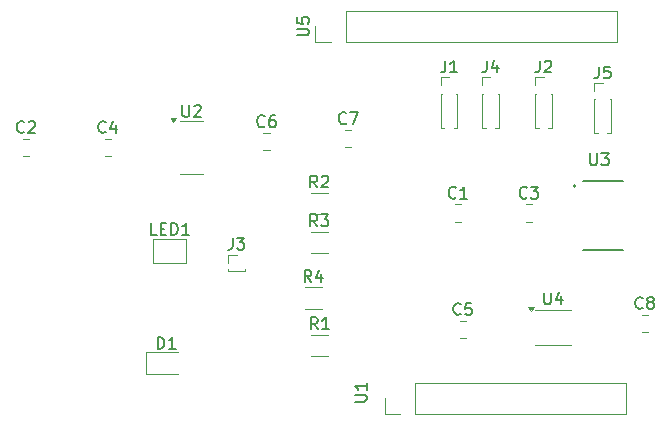
<source format=gbr>
%TF.GenerationSoftware,KiCad,Pcbnew,8.0.5*%
%TF.CreationDate,2024-11-24T20:26:59-06:00*%
%TF.ProjectId,Milestone2,4d696c65-7374-46f6-9e65-322e6b696361,rev?*%
%TF.SameCoordinates,Original*%
%TF.FileFunction,Legend,Top*%
%TF.FilePolarity,Positive*%
%FSLAX46Y46*%
G04 Gerber Fmt 4.6, Leading zero omitted, Abs format (unit mm)*
G04 Created by KiCad (PCBNEW 8.0.5) date 2024-11-24 20:26:59*
%MOMM*%
%LPD*%
G01*
G04 APERTURE LIST*
%ADD10C,0.150000*%
%ADD11C,0.120000*%
%ADD12C,0.127000*%
%ADD13C,0.200000*%
G04 APERTURE END LIST*
D10*
X155333333Y-91634819D02*
X155000000Y-91158628D01*
X154761905Y-91634819D02*
X154761905Y-90634819D01*
X154761905Y-90634819D02*
X155142857Y-90634819D01*
X155142857Y-90634819D02*
X155238095Y-90682438D01*
X155238095Y-90682438D02*
X155285714Y-90730057D01*
X155285714Y-90730057D02*
X155333333Y-90825295D01*
X155333333Y-90825295D02*
X155333333Y-90968152D01*
X155333333Y-90968152D02*
X155285714Y-91063390D01*
X155285714Y-91063390D02*
X155238095Y-91111009D01*
X155238095Y-91111009D02*
X155142857Y-91158628D01*
X155142857Y-91158628D02*
X154761905Y-91158628D01*
X156190476Y-90968152D02*
X156190476Y-91634819D01*
X155952381Y-90587200D02*
X155714286Y-91301485D01*
X155714286Y-91301485D02*
X156333333Y-91301485D01*
X159004819Y-101761904D02*
X159814342Y-101761904D01*
X159814342Y-101761904D02*
X159909580Y-101714285D01*
X159909580Y-101714285D02*
X159957200Y-101666666D01*
X159957200Y-101666666D02*
X160004819Y-101571428D01*
X160004819Y-101571428D02*
X160004819Y-101380952D01*
X160004819Y-101380952D02*
X159957200Y-101285714D01*
X159957200Y-101285714D02*
X159909580Y-101238095D01*
X159909580Y-101238095D02*
X159814342Y-101190476D01*
X159814342Y-101190476D02*
X159004819Y-101190476D01*
X160004819Y-100190476D02*
X160004819Y-100761904D01*
X160004819Y-100476190D02*
X159004819Y-100476190D01*
X159004819Y-100476190D02*
X159147676Y-100571428D01*
X159147676Y-100571428D02*
X159242914Y-100666666D01*
X159242914Y-100666666D02*
X159290533Y-100761904D01*
X131020833Y-78929580D02*
X130973214Y-78977200D01*
X130973214Y-78977200D02*
X130830357Y-79024819D01*
X130830357Y-79024819D02*
X130735119Y-79024819D01*
X130735119Y-79024819D02*
X130592262Y-78977200D01*
X130592262Y-78977200D02*
X130497024Y-78881961D01*
X130497024Y-78881961D02*
X130449405Y-78786723D01*
X130449405Y-78786723D02*
X130401786Y-78596247D01*
X130401786Y-78596247D02*
X130401786Y-78453390D01*
X130401786Y-78453390D02*
X130449405Y-78262914D01*
X130449405Y-78262914D02*
X130497024Y-78167676D01*
X130497024Y-78167676D02*
X130592262Y-78072438D01*
X130592262Y-78072438D02*
X130735119Y-78024819D01*
X130735119Y-78024819D02*
X130830357Y-78024819D01*
X130830357Y-78024819D02*
X130973214Y-78072438D01*
X130973214Y-78072438D02*
X131020833Y-78120057D01*
X131401786Y-78120057D02*
X131449405Y-78072438D01*
X131449405Y-78072438D02*
X131544643Y-78024819D01*
X131544643Y-78024819D02*
X131782738Y-78024819D01*
X131782738Y-78024819D02*
X131877976Y-78072438D01*
X131877976Y-78072438D02*
X131925595Y-78120057D01*
X131925595Y-78120057D02*
X131973214Y-78215295D01*
X131973214Y-78215295D02*
X131973214Y-78310533D01*
X131973214Y-78310533D02*
X131925595Y-78453390D01*
X131925595Y-78453390D02*
X131354167Y-79024819D01*
X131354167Y-79024819D02*
X131973214Y-79024819D01*
X167578333Y-84479580D02*
X167530714Y-84527200D01*
X167530714Y-84527200D02*
X167387857Y-84574819D01*
X167387857Y-84574819D02*
X167292619Y-84574819D01*
X167292619Y-84574819D02*
X167149762Y-84527200D01*
X167149762Y-84527200D02*
X167054524Y-84431961D01*
X167054524Y-84431961D02*
X167006905Y-84336723D01*
X167006905Y-84336723D02*
X166959286Y-84146247D01*
X166959286Y-84146247D02*
X166959286Y-84003390D01*
X166959286Y-84003390D02*
X167006905Y-83812914D01*
X167006905Y-83812914D02*
X167054524Y-83717676D01*
X167054524Y-83717676D02*
X167149762Y-83622438D01*
X167149762Y-83622438D02*
X167292619Y-83574819D01*
X167292619Y-83574819D02*
X167387857Y-83574819D01*
X167387857Y-83574819D02*
X167530714Y-83622438D01*
X167530714Y-83622438D02*
X167578333Y-83670057D01*
X168530714Y-84574819D02*
X167959286Y-84574819D01*
X168245000Y-84574819D02*
X168245000Y-83574819D01*
X168245000Y-83574819D02*
X168149762Y-83717676D01*
X168149762Y-83717676D02*
X168054524Y-83812914D01*
X168054524Y-83812914D02*
X167959286Y-83860533D01*
X151370833Y-78429580D02*
X151323214Y-78477200D01*
X151323214Y-78477200D02*
X151180357Y-78524819D01*
X151180357Y-78524819D02*
X151085119Y-78524819D01*
X151085119Y-78524819D02*
X150942262Y-78477200D01*
X150942262Y-78477200D02*
X150847024Y-78381961D01*
X150847024Y-78381961D02*
X150799405Y-78286723D01*
X150799405Y-78286723D02*
X150751786Y-78096247D01*
X150751786Y-78096247D02*
X150751786Y-77953390D01*
X150751786Y-77953390D02*
X150799405Y-77762914D01*
X150799405Y-77762914D02*
X150847024Y-77667676D01*
X150847024Y-77667676D02*
X150942262Y-77572438D01*
X150942262Y-77572438D02*
X151085119Y-77524819D01*
X151085119Y-77524819D02*
X151180357Y-77524819D01*
X151180357Y-77524819D02*
X151323214Y-77572438D01*
X151323214Y-77572438D02*
X151370833Y-77620057D01*
X152227976Y-77524819D02*
X152037500Y-77524819D01*
X152037500Y-77524819D02*
X151942262Y-77572438D01*
X151942262Y-77572438D02*
X151894643Y-77620057D01*
X151894643Y-77620057D02*
X151799405Y-77762914D01*
X151799405Y-77762914D02*
X151751786Y-77953390D01*
X151751786Y-77953390D02*
X151751786Y-78334342D01*
X151751786Y-78334342D02*
X151799405Y-78429580D01*
X151799405Y-78429580D02*
X151847024Y-78477200D01*
X151847024Y-78477200D02*
X151942262Y-78524819D01*
X151942262Y-78524819D02*
X152132738Y-78524819D01*
X152132738Y-78524819D02*
X152227976Y-78477200D01*
X152227976Y-78477200D02*
X152275595Y-78429580D01*
X152275595Y-78429580D02*
X152323214Y-78334342D01*
X152323214Y-78334342D02*
X152323214Y-78096247D01*
X152323214Y-78096247D02*
X152275595Y-78001009D01*
X152275595Y-78001009D02*
X152227976Y-77953390D01*
X152227976Y-77953390D02*
X152132738Y-77905771D01*
X152132738Y-77905771D02*
X151942262Y-77905771D01*
X151942262Y-77905771D02*
X151847024Y-77953390D01*
X151847024Y-77953390D02*
X151799405Y-78001009D01*
X151799405Y-78001009D02*
X151751786Y-78096247D01*
X166666666Y-72894819D02*
X166666666Y-73609104D01*
X166666666Y-73609104D02*
X166619047Y-73751961D01*
X166619047Y-73751961D02*
X166523809Y-73847200D01*
X166523809Y-73847200D02*
X166380952Y-73894819D01*
X166380952Y-73894819D02*
X166285714Y-73894819D01*
X167666666Y-73894819D02*
X167095238Y-73894819D01*
X167380952Y-73894819D02*
X167380952Y-72894819D01*
X167380952Y-72894819D02*
X167285714Y-73037676D01*
X167285714Y-73037676D02*
X167190476Y-73132914D01*
X167190476Y-73132914D02*
X167095238Y-73180533D01*
X155870833Y-95634819D02*
X155537500Y-95158628D01*
X155299405Y-95634819D02*
X155299405Y-94634819D01*
X155299405Y-94634819D02*
X155680357Y-94634819D01*
X155680357Y-94634819D02*
X155775595Y-94682438D01*
X155775595Y-94682438D02*
X155823214Y-94730057D01*
X155823214Y-94730057D02*
X155870833Y-94825295D01*
X155870833Y-94825295D02*
X155870833Y-94968152D01*
X155870833Y-94968152D02*
X155823214Y-95063390D01*
X155823214Y-95063390D02*
X155775595Y-95111009D01*
X155775595Y-95111009D02*
X155680357Y-95158628D01*
X155680357Y-95158628D02*
X155299405Y-95158628D01*
X156823214Y-95634819D02*
X156251786Y-95634819D01*
X156537500Y-95634819D02*
X156537500Y-94634819D01*
X156537500Y-94634819D02*
X156442262Y-94777676D01*
X156442262Y-94777676D02*
X156347024Y-94872914D01*
X156347024Y-94872914D02*
X156251786Y-94920533D01*
X154124819Y-70761904D02*
X154934342Y-70761904D01*
X154934342Y-70761904D02*
X155029580Y-70714285D01*
X155029580Y-70714285D02*
X155077200Y-70666666D01*
X155077200Y-70666666D02*
X155124819Y-70571428D01*
X155124819Y-70571428D02*
X155124819Y-70380952D01*
X155124819Y-70380952D02*
X155077200Y-70285714D01*
X155077200Y-70285714D02*
X155029580Y-70238095D01*
X155029580Y-70238095D02*
X154934342Y-70190476D01*
X154934342Y-70190476D02*
X154124819Y-70190476D01*
X154124819Y-69238095D02*
X154124819Y-69714285D01*
X154124819Y-69714285D02*
X154601009Y-69761904D01*
X154601009Y-69761904D02*
X154553390Y-69714285D01*
X154553390Y-69714285D02*
X154505771Y-69619047D01*
X154505771Y-69619047D02*
X154505771Y-69380952D01*
X154505771Y-69380952D02*
X154553390Y-69285714D01*
X154553390Y-69285714D02*
X154601009Y-69238095D01*
X154601009Y-69238095D02*
X154696247Y-69190476D01*
X154696247Y-69190476D02*
X154934342Y-69190476D01*
X154934342Y-69190476D02*
X155029580Y-69238095D01*
X155029580Y-69238095D02*
X155077200Y-69285714D01*
X155077200Y-69285714D02*
X155124819Y-69380952D01*
X155124819Y-69380952D02*
X155124819Y-69619047D01*
X155124819Y-69619047D02*
X155077200Y-69714285D01*
X155077200Y-69714285D02*
X155029580Y-69761904D01*
X183383333Y-93829580D02*
X183335714Y-93877200D01*
X183335714Y-93877200D02*
X183192857Y-93924819D01*
X183192857Y-93924819D02*
X183097619Y-93924819D01*
X183097619Y-93924819D02*
X182954762Y-93877200D01*
X182954762Y-93877200D02*
X182859524Y-93781961D01*
X182859524Y-93781961D02*
X182811905Y-93686723D01*
X182811905Y-93686723D02*
X182764286Y-93496247D01*
X182764286Y-93496247D02*
X182764286Y-93353390D01*
X182764286Y-93353390D02*
X182811905Y-93162914D01*
X182811905Y-93162914D02*
X182859524Y-93067676D01*
X182859524Y-93067676D02*
X182954762Y-92972438D01*
X182954762Y-92972438D02*
X183097619Y-92924819D01*
X183097619Y-92924819D02*
X183192857Y-92924819D01*
X183192857Y-92924819D02*
X183335714Y-92972438D01*
X183335714Y-92972438D02*
X183383333Y-93020057D01*
X183954762Y-93353390D02*
X183859524Y-93305771D01*
X183859524Y-93305771D02*
X183811905Y-93258152D01*
X183811905Y-93258152D02*
X183764286Y-93162914D01*
X183764286Y-93162914D02*
X183764286Y-93115295D01*
X183764286Y-93115295D02*
X183811905Y-93020057D01*
X183811905Y-93020057D02*
X183859524Y-92972438D01*
X183859524Y-92972438D02*
X183954762Y-92924819D01*
X183954762Y-92924819D02*
X184145238Y-92924819D01*
X184145238Y-92924819D02*
X184240476Y-92972438D01*
X184240476Y-92972438D02*
X184288095Y-93020057D01*
X184288095Y-93020057D02*
X184335714Y-93115295D01*
X184335714Y-93115295D02*
X184335714Y-93162914D01*
X184335714Y-93162914D02*
X184288095Y-93258152D01*
X184288095Y-93258152D02*
X184240476Y-93305771D01*
X184240476Y-93305771D02*
X184145238Y-93353390D01*
X184145238Y-93353390D02*
X183954762Y-93353390D01*
X183954762Y-93353390D02*
X183859524Y-93401009D01*
X183859524Y-93401009D02*
X183811905Y-93448628D01*
X183811905Y-93448628D02*
X183764286Y-93543866D01*
X183764286Y-93543866D02*
X183764286Y-93734342D01*
X183764286Y-93734342D02*
X183811905Y-93829580D01*
X183811905Y-93829580D02*
X183859524Y-93877200D01*
X183859524Y-93877200D02*
X183954762Y-93924819D01*
X183954762Y-93924819D02*
X184145238Y-93924819D01*
X184145238Y-93924819D02*
X184240476Y-93877200D01*
X184240476Y-93877200D02*
X184288095Y-93829580D01*
X184288095Y-93829580D02*
X184335714Y-93734342D01*
X184335714Y-93734342D02*
X184335714Y-93543866D01*
X184335714Y-93543866D02*
X184288095Y-93448628D01*
X184288095Y-93448628D02*
X184240476Y-93401009D01*
X184240476Y-93401009D02*
X184145238Y-93353390D01*
X158283333Y-78179580D02*
X158235714Y-78227200D01*
X158235714Y-78227200D02*
X158092857Y-78274819D01*
X158092857Y-78274819D02*
X157997619Y-78274819D01*
X157997619Y-78274819D02*
X157854762Y-78227200D01*
X157854762Y-78227200D02*
X157759524Y-78131961D01*
X157759524Y-78131961D02*
X157711905Y-78036723D01*
X157711905Y-78036723D02*
X157664286Y-77846247D01*
X157664286Y-77846247D02*
X157664286Y-77703390D01*
X157664286Y-77703390D02*
X157711905Y-77512914D01*
X157711905Y-77512914D02*
X157759524Y-77417676D01*
X157759524Y-77417676D02*
X157854762Y-77322438D01*
X157854762Y-77322438D02*
X157997619Y-77274819D01*
X157997619Y-77274819D02*
X158092857Y-77274819D01*
X158092857Y-77274819D02*
X158235714Y-77322438D01*
X158235714Y-77322438D02*
X158283333Y-77370057D01*
X158616667Y-77274819D02*
X159283333Y-77274819D01*
X159283333Y-77274819D02*
X158854762Y-78274819D01*
X155833333Y-83634819D02*
X155500000Y-83158628D01*
X155261905Y-83634819D02*
X155261905Y-82634819D01*
X155261905Y-82634819D02*
X155642857Y-82634819D01*
X155642857Y-82634819D02*
X155738095Y-82682438D01*
X155738095Y-82682438D02*
X155785714Y-82730057D01*
X155785714Y-82730057D02*
X155833333Y-82825295D01*
X155833333Y-82825295D02*
X155833333Y-82968152D01*
X155833333Y-82968152D02*
X155785714Y-83063390D01*
X155785714Y-83063390D02*
X155738095Y-83111009D01*
X155738095Y-83111009D02*
X155642857Y-83158628D01*
X155642857Y-83158628D02*
X155261905Y-83158628D01*
X156214286Y-82730057D02*
X156261905Y-82682438D01*
X156261905Y-82682438D02*
X156357143Y-82634819D01*
X156357143Y-82634819D02*
X156595238Y-82634819D01*
X156595238Y-82634819D02*
X156690476Y-82682438D01*
X156690476Y-82682438D02*
X156738095Y-82730057D01*
X156738095Y-82730057D02*
X156785714Y-82825295D01*
X156785714Y-82825295D02*
X156785714Y-82920533D01*
X156785714Y-82920533D02*
X156738095Y-83063390D01*
X156738095Y-83063390D02*
X156166667Y-83634819D01*
X156166667Y-83634819D02*
X156785714Y-83634819D01*
X173578333Y-84479580D02*
X173530714Y-84527200D01*
X173530714Y-84527200D02*
X173387857Y-84574819D01*
X173387857Y-84574819D02*
X173292619Y-84574819D01*
X173292619Y-84574819D02*
X173149762Y-84527200D01*
X173149762Y-84527200D02*
X173054524Y-84431961D01*
X173054524Y-84431961D02*
X173006905Y-84336723D01*
X173006905Y-84336723D02*
X172959286Y-84146247D01*
X172959286Y-84146247D02*
X172959286Y-84003390D01*
X172959286Y-84003390D02*
X173006905Y-83812914D01*
X173006905Y-83812914D02*
X173054524Y-83717676D01*
X173054524Y-83717676D02*
X173149762Y-83622438D01*
X173149762Y-83622438D02*
X173292619Y-83574819D01*
X173292619Y-83574819D02*
X173387857Y-83574819D01*
X173387857Y-83574819D02*
X173530714Y-83622438D01*
X173530714Y-83622438D02*
X173578333Y-83670057D01*
X173911667Y-83574819D02*
X174530714Y-83574819D01*
X174530714Y-83574819D02*
X174197381Y-83955771D01*
X174197381Y-83955771D02*
X174340238Y-83955771D01*
X174340238Y-83955771D02*
X174435476Y-84003390D01*
X174435476Y-84003390D02*
X174483095Y-84051009D01*
X174483095Y-84051009D02*
X174530714Y-84146247D01*
X174530714Y-84146247D02*
X174530714Y-84384342D01*
X174530714Y-84384342D02*
X174483095Y-84479580D01*
X174483095Y-84479580D02*
X174435476Y-84527200D01*
X174435476Y-84527200D02*
X174340238Y-84574819D01*
X174340238Y-84574819D02*
X174054524Y-84574819D01*
X174054524Y-84574819D02*
X173959286Y-84527200D01*
X173959286Y-84527200D02*
X173911667Y-84479580D01*
X179666666Y-73394819D02*
X179666666Y-74109104D01*
X179666666Y-74109104D02*
X179619047Y-74251961D01*
X179619047Y-74251961D02*
X179523809Y-74347200D01*
X179523809Y-74347200D02*
X179380952Y-74394819D01*
X179380952Y-74394819D02*
X179285714Y-74394819D01*
X180619047Y-73394819D02*
X180142857Y-73394819D01*
X180142857Y-73394819D02*
X180095238Y-73871009D01*
X180095238Y-73871009D02*
X180142857Y-73823390D01*
X180142857Y-73823390D02*
X180238095Y-73775771D01*
X180238095Y-73775771D02*
X180476190Y-73775771D01*
X180476190Y-73775771D02*
X180571428Y-73823390D01*
X180571428Y-73823390D02*
X180619047Y-73871009D01*
X180619047Y-73871009D02*
X180666666Y-73966247D01*
X180666666Y-73966247D02*
X180666666Y-74204342D01*
X180666666Y-74204342D02*
X180619047Y-74299580D01*
X180619047Y-74299580D02*
X180571428Y-74347200D01*
X180571428Y-74347200D02*
X180476190Y-74394819D01*
X180476190Y-74394819D02*
X180238095Y-74394819D01*
X180238095Y-74394819D02*
X180142857Y-74347200D01*
X180142857Y-74347200D02*
X180095238Y-74299580D01*
X170166666Y-72894819D02*
X170166666Y-73609104D01*
X170166666Y-73609104D02*
X170119047Y-73751961D01*
X170119047Y-73751961D02*
X170023809Y-73847200D01*
X170023809Y-73847200D02*
X169880952Y-73894819D01*
X169880952Y-73894819D02*
X169785714Y-73894819D01*
X171071428Y-73228152D02*
X171071428Y-73894819D01*
X170833333Y-72847200D02*
X170595238Y-73561485D01*
X170595238Y-73561485D02*
X171214285Y-73561485D01*
X144425595Y-76654819D02*
X144425595Y-77464342D01*
X144425595Y-77464342D02*
X144473214Y-77559580D01*
X144473214Y-77559580D02*
X144520833Y-77607200D01*
X144520833Y-77607200D02*
X144616071Y-77654819D01*
X144616071Y-77654819D02*
X144806547Y-77654819D01*
X144806547Y-77654819D02*
X144901785Y-77607200D01*
X144901785Y-77607200D02*
X144949404Y-77559580D01*
X144949404Y-77559580D02*
X144997023Y-77464342D01*
X144997023Y-77464342D02*
X144997023Y-76654819D01*
X145425595Y-76750057D02*
X145473214Y-76702438D01*
X145473214Y-76702438D02*
X145568452Y-76654819D01*
X145568452Y-76654819D02*
X145806547Y-76654819D01*
X145806547Y-76654819D02*
X145901785Y-76702438D01*
X145901785Y-76702438D02*
X145949404Y-76750057D01*
X145949404Y-76750057D02*
X145997023Y-76845295D01*
X145997023Y-76845295D02*
X145997023Y-76940533D01*
X145997023Y-76940533D02*
X145949404Y-77083390D01*
X145949404Y-77083390D02*
X145377976Y-77654819D01*
X145377976Y-77654819D02*
X145997023Y-77654819D01*
X142230952Y-87654819D02*
X141754762Y-87654819D01*
X141754762Y-87654819D02*
X141754762Y-86654819D01*
X142564286Y-87131009D02*
X142897619Y-87131009D01*
X143040476Y-87654819D02*
X142564286Y-87654819D01*
X142564286Y-87654819D02*
X142564286Y-86654819D01*
X142564286Y-86654819D02*
X143040476Y-86654819D01*
X143469048Y-87654819D02*
X143469048Y-86654819D01*
X143469048Y-86654819D02*
X143707143Y-86654819D01*
X143707143Y-86654819D02*
X143850000Y-86702438D01*
X143850000Y-86702438D02*
X143945238Y-86797676D01*
X143945238Y-86797676D02*
X143992857Y-86892914D01*
X143992857Y-86892914D02*
X144040476Y-87083390D01*
X144040476Y-87083390D02*
X144040476Y-87226247D01*
X144040476Y-87226247D02*
X143992857Y-87416723D01*
X143992857Y-87416723D02*
X143945238Y-87511961D01*
X143945238Y-87511961D02*
X143850000Y-87607200D01*
X143850000Y-87607200D02*
X143707143Y-87654819D01*
X143707143Y-87654819D02*
X143469048Y-87654819D01*
X144992857Y-87654819D02*
X144421429Y-87654819D01*
X144707143Y-87654819D02*
X144707143Y-86654819D01*
X144707143Y-86654819D02*
X144611905Y-86797676D01*
X144611905Y-86797676D02*
X144516667Y-86892914D01*
X144516667Y-86892914D02*
X144421429Y-86940533D01*
X142324405Y-97304819D02*
X142324405Y-96304819D01*
X142324405Y-96304819D02*
X142562500Y-96304819D01*
X142562500Y-96304819D02*
X142705357Y-96352438D01*
X142705357Y-96352438D02*
X142800595Y-96447676D01*
X142800595Y-96447676D02*
X142848214Y-96542914D01*
X142848214Y-96542914D02*
X142895833Y-96733390D01*
X142895833Y-96733390D02*
X142895833Y-96876247D01*
X142895833Y-96876247D02*
X142848214Y-97066723D01*
X142848214Y-97066723D02*
X142800595Y-97161961D01*
X142800595Y-97161961D02*
X142705357Y-97257200D01*
X142705357Y-97257200D02*
X142562500Y-97304819D01*
X142562500Y-97304819D02*
X142324405Y-97304819D01*
X143848214Y-97304819D02*
X143276786Y-97304819D01*
X143562500Y-97304819D02*
X143562500Y-96304819D01*
X143562500Y-96304819D02*
X143467262Y-96447676D01*
X143467262Y-96447676D02*
X143372024Y-96542914D01*
X143372024Y-96542914D02*
X143276786Y-96590533D01*
X148666666Y-87894819D02*
X148666666Y-88609104D01*
X148666666Y-88609104D02*
X148619047Y-88751961D01*
X148619047Y-88751961D02*
X148523809Y-88847200D01*
X148523809Y-88847200D02*
X148380952Y-88894819D01*
X148380952Y-88894819D02*
X148285714Y-88894819D01*
X149047619Y-87894819D02*
X149666666Y-87894819D01*
X149666666Y-87894819D02*
X149333333Y-88275771D01*
X149333333Y-88275771D02*
X149476190Y-88275771D01*
X149476190Y-88275771D02*
X149571428Y-88323390D01*
X149571428Y-88323390D02*
X149619047Y-88371009D01*
X149619047Y-88371009D02*
X149666666Y-88466247D01*
X149666666Y-88466247D02*
X149666666Y-88704342D01*
X149666666Y-88704342D02*
X149619047Y-88799580D01*
X149619047Y-88799580D02*
X149571428Y-88847200D01*
X149571428Y-88847200D02*
X149476190Y-88894819D01*
X149476190Y-88894819D02*
X149190476Y-88894819D01*
X149190476Y-88894819D02*
X149095238Y-88847200D01*
X149095238Y-88847200D02*
X149047619Y-88799580D01*
X137920833Y-78929580D02*
X137873214Y-78977200D01*
X137873214Y-78977200D02*
X137730357Y-79024819D01*
X137730357Y-79024819D02*
X137635119Y-79024819D01*
X137635119Y-79024819D02*
X137492262Y-78977200D01*
X137492262Y-78977200D02*
X137397024Y-78881961D01*
X137397024Y-78881961D02*
X137349405Y-78786723D01*
X137349405Y-78786723D02*
X137301786Y-78596247D01*
X137301786Y-78596247D02*
X137301786Y-78453390D01*
X137301786Y-78453390D02*
X137349405Y-78262914D01*
X137349405Y-78262914D02*
X137397024Y-78167676D01*
X137397024Y-78167676D02*
X137492262Y-78072438D01*
X137492262Y-78072438D02*
X137635119Y-78024819D01*
X137635119Y-78024819D02*
X137730357Y-78024819D01*
X137730357Y-78024819D02*
X137873214Y-78072438D01*
X137873214Y-78072438D02*
X137920833Y-78120057D01*
X138777976Y-78358152D02*
X138777976Y-79024819D01*
X138539881Y-77977200D02*
X138301786Y-78691485D01*
X138301786Y-78691485D02*
X138920833Y-78691485D01*
X175038095Y-92529819D02*
X175038095Y-93339342D01*
X175038095Y-93339342D02*
X175085714Y-93434580D01*
X175085714Y-93434580D02*
X175133333Y-93482200D01*
X175133333Y-93482200D02*
X175228571Y-93529819D01*
X175228571Y-93529819D02*
X175419047Y-93529819D01*
X175419047Y-93529819D02*
X175514285Y-93482200D01*
X175514285Y-93482200D02*
X175561904Y-93434580D01*
X175561904Y-93434580D02*
X175609523Y-93339342D01*
X175609523Y-93339342D02*
X175609523Y-92529819D01*
X176514285Y-92863152D02*
X176514285Y-93529819D01*
X176276190Y-92482200D02*
X176038095Y-93196485D01*
X176038095Y-93196485D02*
X176657142Y-93196485D01*
X178933095Y-80754819D02*
X178933095Y-81564342D01*
X178933095Y-81564342D02*
X178980714Y-81659580D01*
X178980714Y-81659580D02*
X179028333Y-81707200D01*
X179028333Y-81707200D02*
X179123571Y-81754819D01*
X179123571Y-81754819D02*
X179314047Y-81754819D01*
X179314047Y-81754819D02*
X179409285Y-81707200D01*
X179409285Y-81707200D02*
X179456904Y-81659580D01*
X179456904Y-81659580D02*
X179504523Y-81564342D01*
X179504523Y-81564342D02*
X179504523Y-80754819D01*
X179885476Y-80754819D02*
X180504523Y-80754819D01*
X180504523Y-80754819D02*
X180171190Y-81135771D01*
X180171190Y-81135771D02*
X180314047Y-81135771D01*
X180314047Y-81135771D02*
X180409285Y-81183390D01*
X180409285Y-81183390D02*
X180456904Y-81231009D01*
X180456904Y-81231009D02*
X180504523Y-81326247D01*
X180504523Y-81326247D02*
X180504523Y-81564342D01*
X180504523Y-81564342D02*
X180456904Y-81659580D01*
X180456904Y-81659580D02*
X180409285Y-81707200D01*
X180409285Y-81707200D02*
X180314047Y-81754819D01*
X180314047Y-81754819D02*
X180028333Y-81754819D01*
X180028333Y-81754819D02*
X179933095Y-81707200D01*
X179933095Y-81707200D02*
X179885476Y-81659580D01*
X167983333Y-94329580D02*
X167935714Y-94377200D01*
X167935714Y-94377200D02*
X167792857Y-94424819D01*
X167792857Y-94424819D02*
X167697619Y-94424819D01*
X167697619Y-94424819D02*
X167554762Y-94377200D01*
X167554762Y-94377200D02*
X167459524Y-94281961D01*
X167459524Y-94281961D02*
X167411905Y-94186723D01*
X167411905Y-94186723D02*
X167364286Y-93996247D01*
X167364286Y-93996247D02*
X167364286Y-93853390D01*
X167364286Y-93853390D02*
X167411905Y-93662914D01*
X167411905Y-93662914D02*
X167459524Y-93567676D01*
X167459524Y-93567676D02*
X167554762Y-93472438D01*
X167554762Y-93472438D02*
X167697619Y-93424819D01*
X167697619Y-93424819D02*
X167792857Y-93424819D01*
X167792857Y-93424819D02*
X167935714Y-93472438D01*
X167935714Y-93472438D02*
X167983333Y-93520057D01*
X168888095Y-93424819D02*
X168411905Y-93424819D01*
X168411905Y-93424819D02*
X168364286Y-93901009D01*
X168364286Y-93901009D02*
X168411905Y-93853390D01*
X168411905Y-93853390D02*
X168507143Y-93805771D01*
X168507143Y-93805771D02*
X168745238Y-93805771D01*
X168745238Y-93805771D02*
X168840476Y-93853390D01*
X168840476Y-93853390D02*
X168888095Y-93901009D01*
X168888095Y-93901009D02*
X168935714Y-93996247D01*
X168935714Y-93996247D02*
X168935714Y-94234342D01*
X168935714Y-94234342D02*
X168888095Y-94329580D01*
X168888095Y-94329580D02*
X168840476Y-94377200D01*
X168840476Y-94377200D02*
X168745238Y-94424819D01*
X168745238Y-94424819D02*
X168507143Y-94424819D01*
X168507143Y-94424819D02*
X168411905Y-94377200D01*
X168411905Y-94377200D02*
X168364286Y-94329580D01*
X155833333Y-86924819D02*
X155500000Y-86448628D01*
X155261905Y-86924819D02*
X155261905Y-85924819D01*
X155261905Y-85924819D02*
X155642857Y-85924819D01*
X155642857Y-85924819D02*
X155738095Y-85972438D01*
X155738095Y-85972438D02*
X155785714Y-86020057D01*
X155785714Y-86020057D02*
X155833333Y-86115295D01*
X155833333Y-86115295D02*
X155833333Y-86258152D01*
X155833333Y-86258152D02*
X155785714Y-86353390D01*
X155785714Y-86353390D02*
X155738095Y-86401009D01*
X155738095Y-86401009D02*
X155642857Y-86448628D01*
X155642857Y-86448628D02*
X155261905Y-86448628D01*
X156166667Y-85924819D02*
X156785714Y-85924819D01*
X156785714Y-85924819D02*
X156452381Y-86305771D01*
X156452381Y-86305771D02*
X156595238Y-86305771D01*
X156595238Y-86305771D02*
X156690476Y-86353390D01*
X156690476Y-86353390D02*
X156738095Y-86401009D01*
X156738095Y-86401009D02*
X156785714Y-86496247D01*
X156785714Y-86496247D02*
X156785714Y-86734342D01*
X156785714Y-86734342D02*
X156738095Y-86829580D01*
X156738095Y-86829580D02*
X156690476Y-86877200D01*
X156690476Y-86877200D02*
X156595238Y-86924819D01*
X156595238Y-86924819D02*
X156309524Y-86924819D01*
X156309524Y-86924819D02*
X156214286Y-86877200D01*
X156214286Y-86877200D02*
X156166667Y-86829580D01*
X174666666Y-72894819D02*
X174666666Y-73609104D01*
X174666666Y-73609104D02*
X174619047Y-73751961D01*
X174619047Y-73751961D02*
X174523809Y-73847200D01*
X174523809Y-73847200D02*
X174380952Y-73894819D01*
X174380952Y-73894819D02*
X174285714Y-73894819D01*
X175095238Y-72990057D02*
X175142857Y-72942438D01*
X175142857Y-72942438D02*
X175238095Y-72894819D01*
X175238095Y-72894819D02*
X175476190Y-72894819D01*
X175476190Y-72894819D02*
X175571428Y-72942438D01*
X175571428Y-72942438D02*
X175619047Y-72990057D01*
X175619047Y-72990057D02*
X175666666Y-73085295D01*
X175666666Y-73085295D02*
X175666666Y-73180533D01*
X175666666Y-73180533D02*
X175619047Y-73323390D01*
X175619047Y-73323390D02*
X175047619Y-73894819D01*
X175047619Y-73894819D02*
X175666666Y-73894819D01*
D11*
%TO.C,R4*%
X154772936Y-92090000D02*
X156227064Y-92090000D01*
X154772936Y-93910000D02*
X156227064Y-93910000D01*
%TO.C,U1*%
X161550000Y-102830000D02*
X161550000Y-101500000D01*
X162880000Y-102830000D02*
X161550000Y-102830000D01*
X164150000Y-100170000D02*
X181990000Y-100170000D01*
X164150000Y-102830000D02*
X164150000Y-100170000D01*
X164150000Y-102830000D02*
X181990000Y-102830000D01*
X181990000Y-102830000D02*
X181990000Y-100170000D01*
%TO.C,C2*%
X130926248Y-79515000D02*
X131448752Y-79515000D01*
X130926248Y-80985000D02*
X131448752Y-80985000D01*
%TO.C,C1*%
X167483748Y-85065000D02*
X168006252Y-85065000D01*
X167483748Y-86535000D02*
X168006252Y-86535000D01*
%TO.C,C6*%
X151276248Y-79015000D02*
X151798752Y-79015000D01*
X151276248Y-80485000D02*
X151798752Y-80485000D01*
%TO.C,J1*%
X166305000Y-74315000D02*
X167000000Y-74315000D01*
X166305000Y-75000000D02*
X166305000Y-74315000D01*
X166305000Y-75685000D02*
X166305000Y-78560000D01*
X166305000Y-75685000D02*
X166391724Y-75685000D01*
X166305000Y-78560000D02*
X166605507Y-78560000D01*
X167394493Y-78560000D02*
X167695000Y-78560000D01*
X167608276Y-75685000D02*
X167695000Y-75685000D01*
X167695000Y-75685000D02*
X167695000Y-78560000D01*
%TO.C,R1*%
X155310436Y-96090000D02*
X156764564Y-96090000D01*
X155310436Y-97910000D02*
X156764564Y-97910000D01*
%TO.C,U5*%
X155670000Y-71330000D02*
X155670000Y-70000000D01*
X157000000Y-71330000D02*
X155670000Y-71330000D01*
X158270000Y-68670000D02*
X181190000Y-68670000D01*
X158270000Y-71330000D02*
X158270000Y-68670000D01*
X158270000Y-71330000D02*
X181190000Y-71330000D01*
X181190000Y-71330000D02*
X181190000Y-68670000D01*
%TO.C,C8*%
X183288748Y-94415000D02*
X183811252Y-94415000D01*
X183288748Y-95885000D02*
X183811252Y-95885000D01*
%TO.C,C7*%
X158188748Y-78765000D02*
X158711252Y-78765000D01*
X158188748Y-80235000D02*
X158711252Y-80235000D01*
%TO.C,R2*%
X155272936Y-84090000D02*
X156727064Y-84090000D01*
X155272936Y-85910000D02*
X156727064Y-85910000D01*
%TO.C,C3*%
X173483748Y-85065000D02*
X174006252Y-85065000D01*
X173483748Y-86535000D02*
X174006252Y-86535000D01*
%TO.C,J5*%
X179305000Y-74815000D02*
X180000000Y-74815000D01*
X179305000Y-75500000D02*
X179305000Y-74815000D01*
X179305000Y-76185000D02*
X179305000Y-79060000D01*
X179305000Y-76185000D02*
X179391724Y-76185000D01*
X179305000Y-79060000D02*
X179605507Y-79060000D01*
X180394493Y-79060000D02*
X180695000Y-79060000D01*
X180608276Y-76185000D02*
X180695000Y-76185000D01*
X180695000Y-76185000D02*
X180695000Y-79060000D01*
%TO.C,J4*%
X169805000Y-74315000D02*
X170500000Y-74315000D01*
X169805000Y-75000000D02*
X169805000Y-74315000D01*
X169805000Y-75685000D02*
X169805000Y-78560000D01*
X169805000Y-75685000D02*
X169891724Y-75685000D01*
X169805000Y-78560000D02*
X170105507Y-78560000D01*
X170894493Y-78560000D02*
X171195000Y-78560000D01*
X171108276Y-75685000D02*
X171195000Y-75685000D01*
X171195000Y-75685000D02*
X171195000Y-78560000D01*
%TO.C,U2*%
X145187500Y-78040000D02*
X144187500Y-78040000D01*
X145187500Y-78040000D02*
X146187500Y-78040000D01*
X145187500Y-82460000D02*
X144187500Y-82460000D01*
X145187500Y-82460000D02*
X146187500Y-82460000D01*
X143662500Y-78065000D02*
X143422500Y-77735000D01*
X143902500Y-77735000D01*
X143662500Y-78065000D01*
G36*
X143662500Y-78065000D02*
G01*
X143422500Y-77735000D01*
X143902500Y-77735000D01*
X143662500Y-78065000D01*
G37*
%TO.C,LED1*%
X141950000Y-88000000D02*
X144750000Y-88000000D01*
X141950000Y-90000000D02*
X141950000Y-88000000D01*
X144750000Y-88000000D02*
X144750000Y-90000000D01*
X144750000Y-90000000D02*
X141950000Y-90000000D01*
%TO.C,D1*%
X141377500Y-97540000D02*
X141377500Y-99460000D01*
X141377500Y-99460000D02*
X144062500Y-99460000D01*
X144062500Y-97540000D02*
X141377500Y-97540000D01*
%TO.C,J3*%
X148305000Y-89315000D02*
X149000000Y-89315000D01*
X148305000Y-90000000D02*
X148305000Y-89315000D01*
X148305000Y-90685000D02*
X148305000Y-90560000D01*
X148305000Y-90685000D02*
X148391724Y-90685000D01*
X148305000Y-90685000D02*
X149695000Y-90685000D01*
X149608276Y-90685000D02*
X149695000Y-90685000D01*
X149695000Y-90685000D02*
X149695000Y-90560000D01*
%TO.C,C4*%
X137826248Y-79515000D02*
X138348752Y-79515000D01*
X137826248Y-80985000D02*
X138348752Y-80985000D01*
%TO.C,U4*%
X177300000Y-93975000D02*
X174300000Y-93975000D01*
X177300000Y-96975000D02*
X174300000Y-96975000D01*
X173950000Y-94075000D02*
X173710000Y-93745000D01*
X174190000Y-93745000D01*
X173950000Y-94075000D01*
G36*
X173950000Y-94075000D02*
G01*
X173710000Y-93745000D01*
X174190000Y-93745000D01*
X173950000Y-94075000D01*
G37*
D12*
%TO.C,U3*%
X178300000Y-88914000D02*
X181700000Y-88914000D01*
X181700000Y-83086000D02*
X178300000Y-83086000D01*
D13*
X177739460Y-83512190D02*
G75*
G02*
X177539460Y-83512190I-100000J0D01*
G01*
X177539460Y-83512190D02*
G75*
G02*
X177739460Y-83512190I100000J0D01*
G01*
D11*
%TO.C,C5*%
X167888748Y-94915000D02*
X168411252Y-94915000D01*
X167888748Y-96385000D02*
X168411252Y-96385000D01*
%TO.C,R3*%
X155272936Y-87380000D02*
X156727064Y-87380000D01*
X155272936Y-89200000D02*
X156727064Y-89200000D01*
%TO.C,J2*%
X174305000Y-74315000D02*
X175000000Y-74315000D01*
X174305000Y-75000000D02*
X174305000Y-74315000D01*
X174305000Y-75685000D02*
X174305000Y-78560000D01*
X174305000Y-75685000D02*
X174391724Y-75685000D01*
X174305000Y-78560000D02*
X174605507Y-78560000D01*
X175394493Y-78560000D02*
X175695000Y-78560000D01*
X175608276Y-75685000D02*
X175695000Y-75685000D01*
X175695000Y-75685000D02*
X175695000Y-78560000D01*
%TD*%
M02*

</source>
